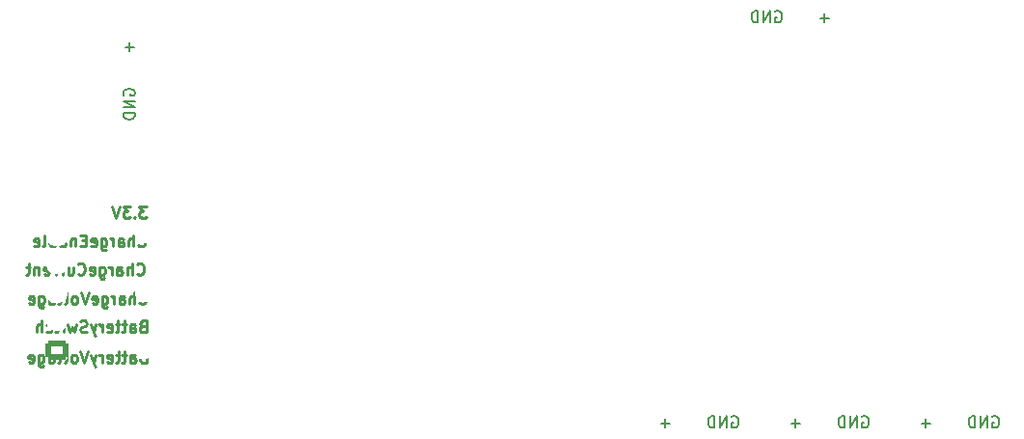
<source format=gbo>
G04 #@! TF.GenerationSoftware,KiCad,Pcbnew,(5.99.0-10988-gd8b1e827c7)*
G04 #@! TF.CreationDate,2021-06-25T10:47:14+02:00*
G04 #@! TF.ProjectId,charge_pcb,63686172-6765-45f7-9063-622e6b696361,rev?*
G04 #@! TF.SameCoordinates,Original*
G04 #@! TF.FileFunction,Legend,Bot*
G04 #@! TF.FilePolarity,Positive*
%FSLAX46Y46*%
G04 Gerber Fmt 4.6, Leading zero omitted, Abs format (unit mm)*
G04 Created by KiCad (PCBNEW (5.99.0-10988-gd8b1e827c7)) date 2021-06-25 10:47:14*
%MOMM*%
%LPD*%
G01*
G04 APERTURE LIST*
G04 Aperture macros list*
%AMRoundRect*
0 Rectangle with rounded corners*
0 $1 Rounding radius*
0 $2 $3 $4 $5 $6 $7 $8 $9 X,Y pos of 4 corners*
0 Add a 4 corners polygon primitive as box body*
4,1,4,$2,$3,$4,$5,$6,$7,$8,$9,$2,$3,0*
0 Add four circle primitives for the rounded corners*
1,1,$1+$1,$2,$3*
1,1,$1+$1,$4,$5*
1,1,$1+$1,$6,$7*
1,1,$1+$1,$8,$9*
0 Add four rect primitives between the rounded corners*
20,1,$1+$1,$2,$3,$4,$5,0*
20,1,$1+$1,$4,$5,$6,$7,0*
20,1,$1+$1,$6,$7,$8,$9,0*
20,1,$1+$1,$8,$9,$2,$3,0*%
G04 Aperture macros list end*
%ADD10C,0.150000*%
%ADD11C,0.250000*%
%ADD12C,5.600000*%
%ADD13C,3.600000*%
%ADD14O,1.600000X1.600000*%
%ADD15C,1.600000*%
%ADD16C,3.000000*%
%ADD17R,3.000000X3.000000*%
%ADD18O,2.000000X1.905000*%
%ADD19R,2.000000X1.905000*%
%ADD20O,1.905000X2.000000*%
%ADD21R,1.905000X2.000000*%
%ADD22O,2.200000X2.200000*%
%ADD23R,2.200000X2.200000*%
%ADD24O,1.700000X2.000000*%
%ADD25RoundRect,0.250000X-0.600000X-0.750000X0.600000X-0.750000X0.600000X0.750000X-0.600000X0.750000X0*%
%ADD26O,1.950000X1.700000*%
%ADD27RoundRect,0.250000X0.725000X-0.600000X0.725000X0.600000X-0.725000X0.600000X-0.725000X-0.600000X0*%
%ADD28C,1.800000*%
%ADD29R,1.800000X1.800000*%
%ADD30C,1.524000*%
%ADD31C,2.000000*%
%ADD32R,1.500000X1.500000*%
%ADD33C,1.500000*%
%ADD34C,3.200000*%
%ADD35O,4.000500X2.499360*%
%ADD36O,2.000000X2.000000*%
%ADD37R,2.000000X2.000000*%
%ADD38R,1.600000X1.600000*%
%ADD39C,1.501140*%
%ADD40C,2.540000*%
%ADD41R,2.540000X2.540000*%
G04 APERTURE END LIST*
D10*
X140080952Y-111831428D02*
X139319047Y-111831428D01*
X139700000Y-112212380D02*
X139700000Y-111450476D01*
X148970952Y-147391428D02*
X148209047Y-147391428D01*
X148590000Y-147772380D02*
X148590000Y-147010476D01*
X137540952Y-147391428D02*
X136779047Y-147391428D01*
X137160000Y-147772380D02*
X137160000Y-147010476D01*
X126110952Y-147391428D02*
X125349047Y-147391428D01*
X125730000Y-147772380D02*
X125730000Y-147010476D01*
X79120952Y-114371428D02*
X78359047Y-114371428D01*
X78740000Y-114752380D02*
X78740000Y-113990476D01*
X78240000Y-118618095D02*
X78192380Y-118522857D01*
X78192380Y-118380000D01*
X78240000Y-118237142D01*
X78335238Y-118141904D01*
X78430476Y-118094285D01*
X78620952Y-118046666D01*
X78763809Y-118046666D01*
X78954285Y-118094285D01*
X79049523Y-118141904D01*
X79144761Y-118237142D01*
X79192380Y-118380000D01*
X79192380Y-118475238D01*
X79144761Y-118618095D01*
X79097142Y-118665714D01*
X78763809Y-118665714D01*
X78763809Y-118475238D01*
X79192380Y-119094285D02*
X78192380Y-119094285D01*
X79192380Y-119665714D01*
X78192380Y-119665714D01*
X79192380Y-120141904D02*
X78192380Y-120141904D01*
X78192380Y-120380000D01*
X78240000Y-120522857D01*
X78335238Y-120618095D01*
X78430476Y-120665714D01*
X78620952Y-120713333D01*
X78763809Y-120713333D01*
X78954285Y-120665714D01*
X79049523Y-120618095D01*
X79144761Y-120522857D01*
X79192380Y-120380000D01*
X79192380Y-120141904D01*
X154431904Y-146820000D02*
X154527142Y-146772380D01*
X154670000Y-146772380D01*
X154812857Y-146820000D01*
X154908095Y-146915238D01*
X154955714Y-147010476D01*
X155003333Y-147200952D01*
X155003333Y-147343809D01*
X154955714Y-147534285D01*
X154908095Y-147629523D01*
X154812857Y-147724761D01*
X154670000Y-147772380D01*
X154574761Y-147772380D01*
X154431904Y-147724761D01*
X154384285Y-147677142D01*
X154384285Y-147343809D01*
X154574761Y-147343809D01*
X153955714Y-147772380D02*
X153955714Y-146772380D01*
X153384285Y-147772380D01*
X153384285Y-146772380D01*
X152908095Y-147772380D02*
X152908095Y-146772380D01*
X152670000Y-146772380D01*
X152527142Y-146820000D01*
X152431904Y-146915238D01*
X152384285Y-147010476D01*
X152336666Y-147200952D01*
X152336666Y-147343809D01*
X152384285Y-147534285D01*
X152431904Y-147629523D01*
X152527142Y-147724761D01*
X152670000Y-147772380D01*
X152908095Y-147772380D01*
X143001904Y-146820000D02*
X143097142Y-146772380D01*
X143240000Y-146772380D01*
X143382857Y-146820000D01*
X143478095Y-146915238D01*
X143525714Y-147010476D01*
X143573333Y-147200952D01*
X143573333Y-147343809D01*
X143525714Y-147534285D01*
X143478095Y-147629523D01*
X143382857Y-147724761D01*
X143240000Y-147772380D01*
X143144761Y-147772380D01*
X143001904Y-147724761D01*
X142954285Y-147677142D01*
X142954285Y-147343809D01*
X143144761Y-147343809D01*
X142525714Y-147772380D02*
X142525714Y-146772380D01*
X141954285Y-147772380D01*
X141954285Y-146772380D01*
X141478095Y-147772380D02*
X141478095Y-146772380D01*
X141240000Y-146772380D01*
X141097142Y-146820000D01*
X141001904Y-146915238D01*
X140954285Y-147010476D01*
X140906666Y-147200952D01*
X140906666Y-147343809D01*
X140954285Y-147534285D01*
X141001904Y-147629523D01*
X141097142Y-147724761D01*
X141240000Y-147772380D01*
X141478095Y-147772380D01*
X131571904Y-146820000D02*
X131667142Y-146772380D01*
X131810000Y-146772380D01*
X131952857Y-146820000D01*
X132048095Y-146915238D01*
X132095714Y-147010476D01*
X132143333Y-147200952D01*
X132143333Y-147343809D01*
X132095714Y-147534285D01*
X132048095Y-147629523D01*
X131952857Y-147724761D01*
X131810000Y-147772380D01*
X131714761Y-147772380D01*
X131571904Y-147724761D01*
X131524285Y-147677142D01*
X131524285Y-147343809D01*
X131714761Y-147343809D01*
X131095714Y-147772380D02*
X131095714Y-146772380D01*
X130524285Y-147772380D01*
X130524285Y-146772380D01*
X130048095Y-147772380D02*
X130048095Y-146772380D01*
X129810000Y-146772380D01*
X129667142Y-146820000D01*
X129571904Y-146915238D01*
X129524285Y-147010476D01*
X129476666Y-147200952D01*
X129476666Y-147343809D01*
X129524285Y-147534285D01*
X129571904Y-147629523D01*
X129667142Y-147724761D01*
X129810000Y-147772380D01*
X130048095Y-147772380D01*
X135381904Y-111260000D02*
X135477142Y-111212380D01*
X135620000Y-111212380D01*
X135762857Y-111260000D01*
X135858095Y-111355238D01*
X135905714Y-111450476D01*
X135953333Y-111640952D01*
X135953333Y-111783809D01*
X135905714Y-111974285D01*
X135858095Y-112069523D01*
X135762857Y-112164761D01*
X135620000Y-112212380D01*
X135524761Y-112212380D01*
X135381904Y-112164761D01*
X135334285Y-112117142D01*
X135334285Y-111783809D01*
X135524761Y-111783809D01*
X134905714Y-112212380D02*
X134905714Y-111212380D01*
X134334285Y-112212380D01*
X134334285Y-111212380D01*
X133858095Y-112212380D02*
X133858095Y-111212380D01*
X133620000Y-111212380D01*
X133477142Y-111260000D01*
X133381904Y-111355238D01*
X133334285Y-111450476D01*
X133286666Y-111640952D01*
X133286666Y-111783809D01*
X133334285Y-111974285D01*
X133381904Y-112069523D01*
X133477142Y-112164761D01*
X133620000Y-112212380D01*
X133858095Y-112212380D01*
D11*
X79883333Y-141528571D02*
X79740476Y-141576190D01*
X79692857Y-141623809D01*
X79645238Y-141719047D01*
X79645238Y-141861904D01*
X79692857Y-141957142D01*
X79740476Y-142004761D01*
X79835714Y-142052380D01*
X80216666Y-142052380D01*
X80216666Y-141052380D01*
X79883333Y-141052380D01*
X79788095Y-141100000D01*
X79740476Y-141147619D01*
X79692857Y-141242857D01*
X79692857Y-141338095D01*
X79740476Y-141433333D01*
X79788095Y-141480952D01*
X79883333Y-141528571D01*
X80216666Y-141528571D01*
X78788095Y-142052380D02*
X78788095Y-141528571D01*
X78835714Y-141433333D01*
X78930952Y-141385714D01*
X79121428Y-141385714D01*
X79216666Y-141433333D01*
X78788095Y-142004761D02*
X78883333Y-142052380D01*
X79121428Y-142052380D01*
X79216666Y-142004761D01*
X79264285Y-141909523D01*
X79264285Y-141814285D01*
X79216666Y-141719047D01*
X79121428Y-141671428D01*
X78883333Y-141671428D01*
X78788095Y-141623809D01*
X78454761Y-141385714D02*
X78073809Y-141385714D01*
X78311904Y-141052380D02*
X78311904Y-141909523D01*
X78264285Y-142004761D01*
X78169047Y-142052380D01*
X78073809Y-142052380D01*
X77883333Y-141385714D02*
X77502380Y-141385714D01*
X77740476Y-141052380D02*
X77740476Y-141909523D01*
X77692857Y-142004761D01*
X77597619Y-142052380D01*
X77502380Y-142052380D01*
X76788095Y-142004761D02*
X76883333Y-142052380D01*
X77073809Y-142052380D01*
X77169047Y-142004761D01*
X77216666Y-141909523D01*
X77216666Y-141528571D01*
X77169047Y-141433333D01*
X77073809Y-141385714D01*
X76883333Y-141385714D01*
X76788095Y-141433333D01*
X76740476Y-141528571D01*
X76740476Y-141623809D01*
X77216666Y-141719047D01*
X76311904Y-142052380D02*
X76311904Y-141385714D01*
X76311904Y-141576190D02*
X76264285Y-141480952D01*
X76216666Y-141433333D01*
X76121428Y-141385714D01*
X76026190Y-141385714D01*
X75788095Y-141385714D02*
X75550000Y-142052380D01*
X75311904Y-141385714D02*
X75550000Y-142052380D01*
X75645238Y-142290476D01*
X75692857Y-142338095D01*
X75788095Y-142385714D01*
X75073809Y-141052380D02*
X74740476Y-142052380D01*
X74407142Y-141052380D01*
X73930952Y-142052380D02*
X74026190Y-142004761D01*
X74073809Y-141957142D01*
X74121428Y-141861904D01*
X74121428Y-141576190D01*
X74073809Y-141480952D01*
X74026190Y-141433333D01*
X73930952Y-141385714D01*
X73788095Y-141385714D01*
X73692857Y-141433333D01*
X73645238Y-141480952D01*
X73597619Y-141576190D01*
X73597619Y-141861904D01*
X73645238Y-141957142D01*
X73692857Y-142004761D01*
X73788095Y-142052380D01*
X73930952Y-142052380D01*
X73026190Y-142052380D02*
X73121428Y-142004761D01*
X73169047Y-141909523D01*
X73169047Y-141052380D01*
X72788095Y-141385714D02*
X72407142Y-141385714D01*
X72645238Y-141052380D02*
X72645238Y-141909523D01*
X72597619Y-142004761D01*
X72502380Y-142052380D01*
X72407142Y-142052380D01*
X71645238Y-142052380D02*
X71645238Y-141528571D01*
X71692857Y-141433333D01*
X71788095Y-141385714D01*
X71978571Y-141385714D01*
X72073809Y-141433333D01*
X71645238Y-142004761D02*
X71740476Y-142052380D01*
X71978571Y-142052380D01*
X72073809Y-142004761D01*
X72121428Y-141909523D01*
X72121428Y-141814285D01*
X72073809Y-141719047D01*
X71978571Y-141671428D01*
X71740476Y-141671428D01*
X71645238Y-141623809D01*
X70740476Y-141385714D02*
X70740476Y-142195238D01*
X70788095Y-142290476D01*
X70835714Y-142338095D01*
X70930952Y-142385714D01*
X71073809Y-142385714D01*
X71169047Y-142338095D01*
X70740476Y-142004761D02*
X70835714Y-142052380D01*
X71026190Y-142052380D01*
X71121428Y-142004761D01*
X71169047Y-141957142D01*
X71216666Y-141861904D01*
X71216666Y-141576190D01*
X71169047Y-141480952D01*
X71121428Y-141433333D01*
X71026190Y-141385714D01*
X70835714Y-141385714D01*
X70740476Y-141433333D01*
X69883333Y-142004761D02*
X69978571Y-142052380D01*
X70169047Y-142052380D01*
X70264285Y-142004761D01*
X70311904Y-141909523D01*
X70311904Y-141528571D01*
X70264285Y-141433333D01*
X70169047Y-141385714D01*
X69978571Y-141385714D01*
X69883333Y-141433333D01*
X69835714Y-141528571D01*
X69835714Y-141623809D01*
X70311904Y-141719047D01*
X79876190Y-138868571D02*
X79733333Y-138916190D01*
X79685714Y-138963809D01*
X79638095Y-139059047D01*
X79638095Y-139201904D01*
X79685714Y-139297142D01*
X79733333Y-139344761D01*
X79828571Y-139392380D01*
X80209523Y-139392380D01*
X80209523Y-138392380D01*
X79876190Y-138392380D01*
X79780952Y-138440000D01*
X79733333Y-138487619D01*
X79685714Y-138582857D01*
X79685714Y-138678095D01*
X79733333Y-138773333D01*
X79780952Y-138820952D01*
X79876190Y-138868571D01*
X80209523Y-138868571D01*
X78780952Y-139392380D02*
X78780952Y-138868571D01*
X78828571Y-138773333D01*
X78923809Y-138725714D01*
X79114285Y-138725714D01*
X79209523Y-138773333D01*
X78780952Y-139344761D02*
X78876190Y-139392380D01*
X79114285Y-139392380D01*
X79209523Y-139344761D01*
X79257142Y-139249523D01*
X79257142Y-139154285D01*
X79209523Y-139059047D01*
X79114285Y-139011428D01*
X78876190Y-139011428D01*
X78780952Y-138963809D01*
X78447619Y-138725714D02*
X78066666Y-138725714D01*
X78304761Y-138392380D02*
X78304761Y-139249523D01*
X78257142Y-139344761D01*
X78161904Y-139392380D01*
X78066666Y-139392380D01*
X77876190Y-138725714D02*
X77495238Y-138725714D01*
X77733333Y-138392380D02*
X77733333Y-139249523D01*
X77685714Y-139344761D01*
X77590476Y-139392380D01*
X77495238Y-139392380D01*
X76780952Y-139344761D02*
X76876190Y-139392380D01*
X77066666Y-139392380D01*
X77161904Y-139344761D01*
X77209523Y-139249523D01*
X77209523Y-138868571D01*
X77161904Y-138773333D01*
X77066666Y-138725714D01*
X76876190Y-138725714D01*
X76780952Y-138773333D01*
X76733333Y-138868571D01*
X76733333Y-138963809D01*
X77209523Y-139059047D01*
X76304761Y-139392380D02*
X76304761Y-138725714D01*
X76304761Y-138916190D02*
X76257142Y-138820952D01*
X76209523Y-138773333D01*
X76114285Y-138725714D01*
X76019047Y-138725714D01*
X75780952Y-138725714D02*
X75542857Y-139392380D01*
X75304761Y-138725714D02*
X75542857Y-139392380D01*
X75638095Y-139630476D01*
X75685714Y-139678095D01*
X75780952Y-139725714D01*
X74971428Y-139344761D02*
X74828571Y-139392380D01*
X74590476Y-139392380D01*
X74495238Y-139344761D01*
X74447619Y-139297142D01*
X74400000Y-139201904D01*
X74400000Y-139106666D01*
X74447619Y-139011428D01*
X74495238Y-138963809D01*
X74590476Y-138916190D01*
X74780952Y-138868571D01*
X74876190Y-138820952D01*
X74923809Y-138773333D01*
X74971428Y-138678095D01*
X74971428Y-138582857D01*
X74923809Y-138487619D01*
X74876190Y-138440000D01*
X74780952Y-138392380D01*
X74542857Y-138392380D01*
X74400000Y-138440000D01*
X74066666Y-138725714D02*
X73876190Y-139392380D01*
X73685714Y-138916190D01*
X73495238Y-139392380D01*
X73304761Y-138725714D01*
X72923809Y-139392380D02*
X72923809Y-138725714D01*
X72923809Y-138392380D02*
X72971428Y-138440000D01*
X72923809Y-138487619D01*
X72876190Y-138440000D01*
X72923809Y-138392380D01*
X72923809Y-138487619D01*
X72590476Y-138725714D02*
X72209523Y-138725714D01*
X72447619Y-138392380D02*
X72447619Y-139249523D01*
X72400000Y-139344761D01*
X72304761Y-139392380D01*
X72209523Y-139392380D01*
X71447619Y-139344761D02*
X71542857Y-139392380D01*
X71733333Y-139392380D01*
X71828571Y-139344761D01*
X71876190Y-139297142D01*
X71923809Y-139201904D01*
X71923809Y-138916190D01*
X71876190Y-138820952D01*
X71828571Y-138773333D01*
X71733333Y-138725714D01*
X71542857Y-138725714D01*
X71447619Y-138773333D01*
X71019047Y-139392380D02*
X71019047Y-138392380D01*
X70590476Y-139392380D02*
X70590476Y-138868571D01*
X70638095Y-138773333D01*
X70733333Y-138725714D01*
X70876190Y-138725714D01*
X70971428Y-138773333D01*
X71019047Y-138820952D01*
X79597619Y-136817142D02*
X79645238Y-136864761D01*
X79788095Y-136912380D01*
X79883333Y-136912380D01*
X80026190Y-136864761D01*
X80121428Y-136769523D01*
X80169047Y-136674285D01*
X80216666Y-136483809D01*
X80216666Y-136340952D01*
X80169047Y-136150476D01*
X80121428Y-136055238D01*
X80026190Y-135960000D01*
X79883333Y-135912380D01*
X79788095Y-135912380D01*
X79645238Y-135960000D01*
X79597619Y-136007619D01*
X79169047Y-136912380D02*
X79169047Y-135912380D01*
X78740476Y-136912380D02*
X78740476Y-136388571D01*
X78788095Y-136293333D01*
X78883333Y-136245714D01*
X79026190Y-136245714D01*
X79121428Y-136293333D01*
X79169047Y-136340952D01*
X77835714Y-136912380D02*
X77835714Y-136388571D01*
X77883333Y-136293333D01*
X77978571Y-136245714D01*
X78169047Y-136245714D01*
X78264285Y-136293333D01*
X77835714Y-136864761D02*
X77930952Y-136912380D01*
X78169047Y-136912380D01*
X78264285Y-136864761D01*
X78311904Y-136769523D01*
X78311904Y-136674285D01*
X78264285Y-136579047D01*
X78169047Y-136531428D01*
X77930952Y-136531428D01*
X77835714Y-136483809D01*
X77359523Y-136912380D02*
X77359523Y-136245714D01*
X77359523Y-136436190D02*
X77311904Y-136340952D01*
X77264285Y-136293333D01*
X77169047Y-136245714D01*
X77073809Y-136245714D01*
X76311904Y-136245714D02*
X76311904Y-137055238D01*
X76359523Y-137150476D01*
X76407142Y-137198095D01*
X76502380Y-137245714D01*
X76645238Y-137245714D01*
X76740476Y-137198095D01*
X76311904Y-136864761D02*
X76407142Y-136912380D01*
X76597619Y-136912380D01*
X76692857Y-136864761D01*
X76740476Y-136817142D01*
X76788095Y-136721904D01*
X76788095Y-136436190D01*
X76740476Y-136340952D01*
X76692857Y-136293333D01*
X76597619Y-136245714D01*
X76407142Y-136245714D01*
X76311904Y-136293333D01*
X75454761Y-136864761D02*
X75550000Y-136912380D01*
X75740476Y-136912380D01*
X75835714Y-136864761D01*
X75883333Y-136769523D01*
X75883333Y-136388571D01*
X75835714Y-136293333D01*
X75740476Y-136245714D01*
X75550000Y-136245714D01*
X75454761Y-136293333D01*
X75407142Y-136388571D01*
X75407142Y-136483809D01*
X75883333Y-136579047D01*
X75121428Y-135912380D02*
X74788095Y-136912380D01*
X74454761Y-135912380D01*
X73978571Y-136912380D02*
X74073809Y-136864761D01*
X74121428Y-136817142D01*
X74169047Y-136721904D01*
X74169047Y-136436190D01*
X74121428Y-136340952D01*
X74073809Y-136293333D01*
X73978571Y-136245714D01*
X73835714Y-136245714D01*
X73740476Y-136293333D01*
X73692857Y-136340952D01*
X73645238Y-136436190D01*
X73645238Y-136721904D01*
X73692857Y-136817142D01*
X73740476Y-136864761D01*
X73835714Y-136912380D01*
X73978571Y-136912380D01*
X73073809Y-136912380D02*
X73169047Y-136864761D01*
X73216666Y-136769523D01*
X73216666Y-135912380D01*
X72835714Y-136245714D02*
X72454761Y-136245714D01*
X72692857Y-135912380D02*
X72692857Y-136769523D01*
X72645238Y-136864761D01*
X72550000Y-136912380D01*
X72454761Y-136912380D01*
X71692857Y-136912380D02*
X71692857Y-136388571D01*
X71740476Y-136293333D01*
X71835714Y-136245714D01*
X72026190Y-136245714D01*
X72121428Y-136293333D01*
X71692857Y-136864761D02*
X71788095Y-136912380D01*
X72026190Y-136912380D01*
X72121428Y-136864761D01*
X72169047Y-136769523D01*
X72169047Y-136674285D01*
X72121428Y-136579047D01*
X72026190Y-136531428D01*
X71788095Y-136531428D01*
X71692857Y-136483809D01*
X70788095Y-136245714D02*
X70788095Y-137055238D01*
X70835714Y-137150476D01*
X70883333Y-137198095D01*
X70978571Y-137245714D01*
X71121428Y-137245714D01*
X71216666Y-137198095D01*
X70788095Y-136864761D02*
X70883333Y-136912380D01*
X71073809Y-136912380D01*
X71169047Y-136864761D01*
X71216666Y-136817142D01*
X71264285Y-136721904D01*
X71264285Y-136436190D01*
X71216666Y-136340952D01*
X71169047Y-136293333D01*
X71073809Y-136245714D01*
X70883333Y-136245714D01*
X70788095Y-136293333D01*
X69930952Y-136864761D02*
X70026190Y-136912380D01*
X70216666Y-136912380D01*
X70311904Y-136864761D01*
X70359523Y-136769523D01*
X70359523Y-136388571D01*
X70311904Y-136293333D01*
X70216666Y-136245714D01*
X70026190Y-136245714D01*
X69930952Y-136293333D01*
X69883333Y-136388571D01*
X69883333Y-136483809D01*
X70359523Y-136579047D01*
X79393809Y-134247142D02*
X79441428Y-134294761D01*
X79584285Y-134342380D01*
X79679523Y-134342380D01*
X79822380Y-134294761D01*
X79917619Y-134199523D01*
X79965238Y-134104285D01*
X80012857Y-133913809D01*
X80012857Y-133770952D01*
X79965238Y-133580476D01*
X79917619Y-133485238D01*
X79822380Y-133390000D01*
X79679523Y-133342380D01*
X79584285Y-133342380D01*
X79441428Y-133390000D01*
X79393809Y-133437619D01*
X78965238Y-134342380D02*
X78965238Y-133342380D01*
X78536666Y-134342380D02*
X78536666Y-133818571D01*
X78584285Y-133723333D01*
X78679523Y-133675714D01*
X78822380Y-133675714D01*
X78917619Y-133723333D01*
X78965238Y-133770952D01*
X77631904Y-134342380D02*
X77631904Y-133818571D01*
X77679523Y-133723333D01*
X77774761Y-133675714D01*
X77965238Y-133675714D01*
X78060476Y-133723333D01*
X77631904Y-134294761D02*
X77727142Y-134342380D01*
X77965238Y-134342380D01*
X78060476Y-134294761D01*
X78108095Y-134199523D01*
X78108095Y-134104285D01*
X78060476Y-134009047D01*
X77965238Y-133961428D01*
X77727142Y-133961428D01*
X77631904Y-133913809D01*
X77155714Y-134342380D02*
X77155714Y-133675714D01*
X77155714Y-133866190D02*
X77108095Y-133770952D01*
X77060476Y-133723333D01*
X76965238Y-133675714D01*
X76870000Y-133675714D01*
X76108095Y-133675714D02*
X76108095Y-134485238D01*
X76155714Y-134580476D01*
X76203333Y-134628095D01*
X76298571Y-134675714D01*
X76441428Y-134675714D01*
X76536666Y-134628095D01*
X76108095Y-134294761D02*
X76203333Y-134342380D01*
X76393809Y-134342380D01*
X76489047Y-134294761D01*
X76536666Y-134247142D01*
X76584285Y-134151904D01*
X76584285Y-133866190D01*
X76536666Y-133770952D01*
X76489047Y-133723333D01*
X76393809Y-133675714D01*
X76203333Y-133675714D01*
X76108095Y-133723333D01*
X75250952Y-134294761D02*
X75346190Y-134342380D01*
X75536666Y-134342380D01*
X75631904Y-134294761D01*
X75679523Y-134199523D01*
X75679523Y-133818571D01*
X75631904Y-133723333D01*
X75536666Y-133675714D01*
X75346190Y-133675714D01*
X75250952Y-133723333D01*
X75203333Y-133818571D01*
X75203333Y-133913809D01*
X75679523Y-134009047D01*
X74203333Y-134247142D02*
X74250952Y-134294761D01*
X74393809Y-134342380D01*
X74489047Y-134342380D01*
X74631904Y-134294761D01*
X74727142Y-134199523D01*
X74774761Y-134104285D01*
X74822380Y-133913809D01*
X74822380Y-133770952D01*
X74774761Y-133580476D01*
X74727142Y-133485238D01*
X74631904Y-133390000D01*
X74489047Y-133342380D01*
X74393809Y-133342380D01*
X74250952Y-133390000D01*
X74203333Y-133437619D01*
X73346190Y-133675714D02*
X73346190Y-134342380D01*
X73774761Y-133675714D02*
X73774761Y-134199523D01*
X73727142Y-134294761D01*
X73631904Y-134342380D01*
X73489047Y-134342380D01*
X73393809Y-134294761D01*
X73346190Y-134247142D01*
X72870000Y-134342380D02*
X72870000Y-133675714D01*
X72870000Y-133866190D02*
X72822380Y-133770952D01*
X72774761Y-133723333D01*
X72679523Y-133675714D01*
X72584285Y-133675714D01*
X72250952Y-134342380D02*
X72250952Y-133675714D01*
X72250952Y-133866190D02*
X72203333Y-133770952D01*
X72155714Y-133723333D01*
X72060476Y-133675714D01*
X71965238Y-133675714D01*
X71250952Y-134294761D02*
X71346190Y-134342380D01*
X71536666Y-134342380D01*
X71631904Y-134294761D01*
X71679523Y-134199523D01*
X71679523Y-133818571D01*
X71631904Y-133723333D01*
X71536666Y-133675714D01*
X71346190Y-133675714D01*
X71250952Y-133723333D01*
X71203333Y-133818571D01*
X71203333Y-133913809D01*
X71679523Y-134009047D01*
X70774761Y-133675714D02*
X70774761Y-134342380D01*
X70774761Y-133770952D02*
X70727142Y-133723333D01*
X70631904Y-133675714D01*
X70489047Y-133675714D01*
X70393809Y-133723333D01*
X70346190Y-133818571D01*
X70346190Y-134342380D01*
X70012857Y-133675714D02*
X69631904Y-133675714D01*
X69870000Y-133342380D02*
X69870000Y-134199523D01*
X69822380Y-134294761D01*
X69727142Y-134342380D01*
X69631904Y-134342380D01*
X79505714Y-131767142D02*
X79553333Y-131814761D01*
X79696190Y-131862380D01*
X79791428Y-131862380D01*
X79934285Y-131814761D01*
X80029523Y-131719523D01*
X80077142Y-131624285D01*
X80124761Y-131433809D01*
X80124761Y-131290952D01*
X80077142Y-131100476D01*
X80029523Y-131005238D01*
X79934285Y-130910000D01*
X79791428Y-130862380D01*
X79696190Y-130862380D01*
X79553333Y-130910000D01*
X79505714Y-130957619D01*
X79077142Y-131862380D02*
X79077142Y-130862380D01*
X78648571Y-131862380D02*
X78648571Y-131338571D01*
X78696190Y-131243333D01*
X78791428Y-131195714D01*
X78934285Y-131195714D01*
X79029523Y-131243333D01*
X79077142Y-131290952D01*
X77743809Y-131862380D02*
X77743809Y-131338571D01*
X77791428Y-131243333D01*
X77886666Y-131195714D01*
X78077142Y-131195714D01*
X78172380Y-131243333D01*
X77743809Y-131814761D02*
X77839047Y-131862380D01*
X78077142Y-131862380D01*
X78172380Y-131814761D01*
X78220000Y-131719523D01*
X78220000Y-131624285D01*
X78172380Y-131529047D01*
X78077142Y-131481428D01*
X77839047Y-131481428D01*
X77743809Y-131433809D01*
X77267619Y-131862380D02*
X77267619Y-131195714D01*
X77267619Y-131386190D02*
X77220000Y-131290952D01*
X77172380Y-131243333D01*
X77077142Y-131195714D01*
X76981904Y-131195714D01*
X76220000Y-131195714D02*
X76220000Y-132005238D01*
X76267619Y-132100476D01*
X76315238Y-132148095D01*
X76410476Y-132195714D01*
X76553333Y-132195714D01*
X76648571Y-132148095D01*
X76220000Y-131814761D02*
X76315238Y-131862380D01*
X76505714Y-131862380D01*
X76600952Y-131814761D01*
X76648571Y-131767142D01*
X76696190Y-131671904D01*
X76696190Y-131386190D01*
X76648571Y-131290952D01*
X76600952Y-131243333D01*
X76505714Y-131195714D01*
X76315238Y-131195714D01*
X76220000Y-131243333D01*
X75362857Y-131814761D02*
X75458095Y-131862380D01*
X75648571Y-131862380D01*
X75743809Y-131814761D01*
X75791428Y-131719523D01*
X75791428Y-131338571D01*
X75743809Y-131243333D01*
X75648571Y-131195714D01*
X75458095Y-131195714D01*
X75362857Y-131243333D01*
X75315238Y-131338571D01*
X75315238Y-131433809D01*
X75791428Y-131529047D01*
X74886666Y-131338571D02*
X74553333Y-131338571D01*
X74410476Y-131862380D02*
X74886666Y-131862380D01*
X74886666Y-130862380D01*
X74410476Y-130862380D01*
X73981904Y-131195714D02*
X73981904Y-131862380D01*
X73981904Y-131290952D02*
X73934285Y-131243333D01*
X73839047Y-131195714D01*
X73696190Y-131195714D01*
X73600952Y-131243333D01*
X73553333Y-131338571D01*
X73553333Y-131862380D01*
X72648571Y-131862380D02*
X72648571Y-131338571D01*
X72696190Y-131243333D01*
X72791428Y-131195714D01*
X72981904Y-131195714D01*
X73077142Y-131243333D01*
X72648571Y-131814761D02*
X72743809Y-131862380D01*
X72981904Y-131862380D01*
X73077142Y-131814761D01*
X73124761Y-131719523D01*
X73124761Y-131624285D01*
X73077142Y-131529047D01*
X72981904Y-131481428D01*
X72743809Y-131481428D01*
X72648571Y-131433809D01*
X72172380Y-131862380D02*
X72172380Y-130862380D01*
X72172380Y-131243333D02*
X72077142Y-131195714D01*
X71886666Y-131195714D01*
X71791428Y-131243333D01*
X71743809Y-131290952D01*
X71696190Y-131386190D01*
X71696190Y-131671904D01*
X71743809Y-131767142D01*
X71791428Y-131814761D01*
X71886666Y-131862380D01*
X72077142Y-131862380D01*
X72172380Y-131814761D01*
X71124761Y-131862380D02*
X71220000Y-131814761D01*
X71267619Y-131719523D01*
X71267619Y-130862380D01*
X70362857Y-131814761D02*
X70458095Y-131862380D01*
X70648571Y-131862380D01*
X70743809Y-131814761D01*
X70791428Y-131719523D01*
X70791428Y-131338571D01*
X70743809Y-131243333D01*
X70648571Y-131195714D01*
X70458095Y-131195714D01*
X70362857Y-131243333D01*
X70315238Y-131338571D01*
X70315238Y-131433809D01*
X70791428Y-131529047D01*
X80216190Y-128382380D02*
X79597142Y-128382380D01*
X79930476Y-128763333D01*
X79787619Y-128763333D01*
X79692380Y-128810952D01*
X79644761Y-128858571D01*
X79597142Y-128953809D01*
X79597142Y-129191904D01*
X79644761Y-129287142D01*
X79692380Y-129334761D01*
X79787619Y-129382380D01*
X80073333Y-129382380D01*
X80168571Y-129334761D01*
X80216190Y-129287142D01*
X79168571Y-129287142D02*
X79120952Y-129334761D01*
X79168571Y-129382380D01*
X79216190Y-129334761D01*
X79168571Y-129287142D01*
X79168571Y-129382380D01*
X78787619Y-128382380D02*
X78168571Y-128382380D01*
X78501904Y-128763333D01*
X78359047Y-128763333D01*
X78263809Y-128810952D01*
X78216190Y-128858571D01*
X78168571Y-128953809D01*
X78168571Y-129191904D01*
X78216190Y-129287142D01*
X78263809Y-129334761D01*
X78359047Y-129382380D01*
X78644761Y-129382380D01*
X78740000Y-129334761D01*
X78787619Y-129287142D01*
X77882857Y-128382380D02*
X77549523Y-129382380D01*
X77216190Y-128382380D01*
%LPC*%
D12*
X160830000Y-107840000D03*
D13*
X160830000Y-107840000D03*
D12*
X73250000Y-150970000D03*
D13*
X73250000Y-150970000D03*
D12*
X160750000Y-150820000D03*
D13*
X160750000Y-150820000D03*
D12*
X73160000Y-107940000D03*
D13*
X73160000Y-107940000D03*
D14*
X91440000Y-135890000D03*
D15*
X91440000Y-128270000D03*
D16*
X146050000Y-109220000D03*
D17*
X151130000Y-109220000D03*
D16*
X134620000Y-109220000D03*
D17*
X139700000Y-109220000D03*
D16*
X160020000Y-123190000D03*
D17*
X160020000Y-118110000D03*
D16*
X160020000Y-135890000D03*
D17*
X160020000Y-130810000D03*
D16*
X130810000Y-149860000D03*
D17*
X125730000Y-149860000D03*
D16*
X142240000Y-149860000D03*
D17*
X137160000Y-149860000D03*
D16*
X153670000Y-149860000D03*
D17*
X148590000Y-149860000D03*
D18*
X97790000Y-129540000D03*
X97790000Y-132080000D03*
D19*
X97790000Y-134620000D03*
D20*
X139700000Y-121920000D03*
X137160000Y-121920000D03*
D21*
X134620000Y-121920000D03*
D22*
X140970000Y-129540000D03*
D23*
X130810000Y-129540000D03*
D14*
X96520000Y-152400000D03*
D15*
X96520000Y-144780000D03*
D24*
X116800000Y-149860000D03*
D25*
X114300000Y-149860000D03*
D26*
X72390000Y-128470000D03*
X72390000Y-130970000D03*
X72390000Y-133470000D03*
X72390000Y-135970000D03*
X72390000Y-138470000D03*
D27*
X72390000Y-140970000D03*
D28*
X105370000Y-124050000D03*
D29*
X102830000Y-124050000D03*
D14*
X105220000Y-119010000D03*
D15*
X97600000Y-119010000D03*
D30*
X122010000Y-121790000D03*
X119470000Y-121790000D03*
X119470000Y-124330000D03*
X122010000Y-124330000D03*
D31*
X128360000Y-108582000D03*
X110580000Y-108582000D03*
X128360000Y-124330000D03*
X110580000Y-124330000D03*
D30*
X120994000Y-110106000D03*
X117692000Y-110106000D03*
X124550000Y-124330000D03*
X114390000Y-124330000D03*
X116930000Y-124330000D03*
D14*
X100330000Y-140970000D03*
D15*
X92710000Y-140970000D03*
D14*
X100330000Y-151100000D03*
D15*
X107950000Y-151100000D03*
D14*
X123190000Y-142240000D03*
D15*
X115570000Y-142240000D03*
D14*
X107950000Y-145790000D03*
D15*
X100330000Y-145790000D03*
D14*
X80010000Y-140970000D03*
D15*
X87630000Y-140970000D03*
D14*
X80010000Y-136000000D03*
D15*
X87630000Y-136000000D03*
D14*
X123190000Y-129540000D03*
D15*
X115570000Y-129540000D03*
D14*
X104140000Y-137160000D03*
D15*
X104140000Y-129540000D03*
D32*
X146050000Y-120650000D03*
D33*
X151250000Y-120650000D03*
X148650000Y-120650000D03*
D32*
X80010000Y-130810000D03*
D33*
X85210000Y-130810000D03*
X82610000Y-130810000D03*
D34*
X139700000Y-138430000D03*
D35*
X150700740Y-138430000D03*
X128699260Y-138430000D03*
D34*
X93620000Y-110950000D03*
D35*
X82619260Y-110950000D03*
X104620740Y-110950000D03*
D22*
X114300000Y-134620000D03*
D23*
X124460000Y-134620000D03*
D36*
X151130000Y-129540000D03*
D37*
X146050000Y-129540000D03*
D14*
X90570000Y-124090000D03*
D38*
X98190000Y-124090000D03*
D22*
X94040000Y-119010000D03*
D23*
X83880000Y-119010000D03*
D36*
X79330000Y-123970000D03*
D37*
X84410000Y-123970000D03*
D39*
X111760000Y-139700000D03*
X109220000Y-139700000D03*
D40*
X75640000Y-119430000D03*
D41*
X75640000Y-114350000D03*
M02*

</source>
